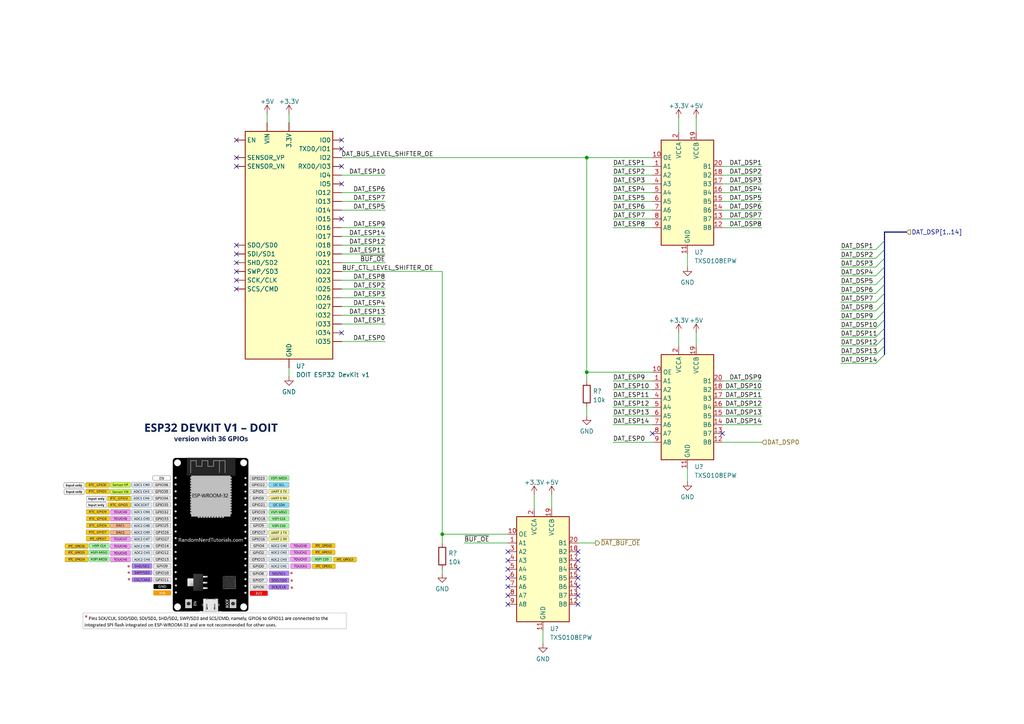
<source format=kicad_sch>
(kicad_sch (version 20211123) (generator eeschema)
  (paper "A4")
  (lib_symbols
    (symbol "Device:R" (pin_numbers hide) (pin_names (offset 0))
      (property "Reference" "R" (at 2.032 0 90))
      (property "Value" "R" (at 0 0 90))
      (symbol "R_0_1"
        (rectangle (start -1.016 -2.54) (end 1.016 2.54) (stroke (width 0.254)))
      )
      (symbol "R_1_1"
        (pin passive line (at 0 3.81 270) (length 1.27) (name "~") (number "1"))
        (pin passive line (at 0 -3.81 90) (length 1.27) (name "~") (number "2"))
      )
    )
    (symbol "Logic_LevelTranslator:TXS0108EPW"
      (property "Reference" "U" (at -6.35 16.51 0))
      (property "Value" "TXS0108EPW" (at 3.81 16.51 0))
      (symbol "TXS0108EPW_0_1"
        (rectangle (start -7.62 15.24) (end 7.62 -15.24) (stroke (width 0.254)) (fill (type background)))
      )
      (symbol "TXS0108EPW_1_1"
        (pin bidirectional line (at -10.16 7.62 0) (length 2.54) (name "A1") (number "1"))
        (pin input line (at -10.16 10.16 0) (length 2.54) (name "OE") (number "10"))
        (pin power_in line (at 0 -17.78 90) (length 2.54) (name "GND") (number "11"))
        (pin bidirectional line (at 10.16 -10.16 180) (length 2.54) (name "B8") (number "12"))
        (pin bidirectional line (at 10.16 -7.62 180) (length 2.54) (name "B7") (number "13"))
        (pin bidirectional line (at 10.16 -5.08 180) (length 2.54) (name "B6") (number "14"))
        (pin bidirectional line (at 10.16 -2.54 180) (length 2.54) (name "B5") (number "15"))
        (pin bidirectional line (at 10.16 0 180) (length 2.54) (name "B4") (number "16"))
        (pin bidirectional line (at 10.16 2.54 180) (length 2.54) (name "B3") (number "17"))
        (pin bidirectional line (at 10.16 5.08 180) (length 2.54) (name "B2") (number "18"))
        (pin power_in line (at 2.54 17.78 270) (length 2.54) (name "VCCB") (number "19"))
        (pin power_in line (at -2.54 17.78 270) (length 2.54) (name "VCCA") (number "2"))
        (pin bidirectional line (at 10.16 7.62 180) (length 2.54) (name "B1") (number "20"))
        (pin bidirectional line (at -10.16 5.08 0) (length 2.54) (name "A2") (number "3"))
        (pin bidirectional line (at -10.16 2.54 0) (length 2.54) (name "A3") (number "4"))
        (pin bidirectional line (at -10.16 0 0) (length 2.54) (name "A4") (number "5"))
        (pin bidirectional line (at -10.16 -2.54 0) (length 2.54) (name "A5") (number "6"))
        (pin bidirectional line (at -10.16 -5.08 0) (length 2.54) (name "A6") (number "7"))
        (pin bidirectional line (at -10.16 -7.62 0) (length 2.54) (name "A7") (number "8"))
        (pin bidirectional line (at -10.16 -10.16 0) (length 2.54) (name "A8") (number "9"))
      )
    )
    (symbol "RF_Module:ESP32-WROOM-32D" (pin_numbers hide)
      (property "Reference" "U?" (at 2.0194 36.7198 0))
      (property "Value" "ESP32-WROOM-32D" (at 2.0194 34.1829 0))
      (symbol "ESP32-WROOM-32D_0_1"
        (rectangle (start -12.7 33.02) (end 12.7 -33.02) (stroke (width 0.254)) (fill (type background)))
      )
      (symbol "ESP32-WROOM-32D_1_1"
        (pin power_out line (at 0 35.56 270) (length 2.54) (name "3.3V") (number ""))
        (pin power_in line (at 0 -35.56 90) (length 2.54) (name "GND") (number "1"))
        (pin bidirectional line (at 15.24 -12.7 180) (length 2.54) (name "IO25") (number "10"))
        (pin bidirectional line (at 15.24 -15.24 180) (length 2.54) (name "IO26") (number "11"))
        (pin bidirectional line (at 15.24 -17.78 180) (length 2.54) (name "IO27") (number "12"))
        (pin bidirectional line (at 15.24 10.16 180) (length 2.54) (name "IO14") (number "13"))
        (pin bidirectional line (at 15.24 15.24 180) (length 2.54) (name "IO12") (number "14"))
        (pin passive line (at 0 -35.56 90) (length 2.54) hide (name "GND") (number "15"))
        (pin bidirectional line (at 15.24 12.7 180) (length 2.54) (name "IO13") (number "16"))
        (pin bidirectional line (at -15.24 -5.08 0) (length 2.54) (name "SHD/SD2") (number "17"))
        (pin bidirectional line (at -15.24 -7.62 0) (length 2.54) (name "SWP/SD3") (number "18"))
        (pin bidirectional line (at -15.24 -12.7 0) (length 2.54) (name "SCS/CMD") (number "19"))
        (pin power_in line (at -6.35 35.56 270) (length 2.54) (name "VIN") (number "2"))
        (pin bidirectional line (at -15.24 -10.16 0) (length 2.54) (name "SCK/CLK") (number "20"))
        (pin bidirectional line (at -15.24 0 0) (length 2.54) (name "SDO/SD0") (number "21"))
        (pin bidirectional line (at -15.24 -2.54 0) (length 2.54) (name "SDI/SD1") (number "22"))
        (pin bidirectional line (at 15.24 7.62 180) (length 2.54) (name "IO15") (number "23"))
        (pin bidirectional line (at 15.24 25.4 180) (length 2.54) (name "IO2") (number "24"))
        (pin bidirectional line (at 15.24 30.48 180) (length 2.54) (name "IO0") (number "25"))
        (pin bidirectional line (at 15.24 20.32 180) (length 2.54) (name "IO4") (number "26"))
        (pin bidirectional line (at 15.24 5.08 180) (length 2.54) (name "IO16") (number "27"))
        (pin bidirectional line (at 15.24 2.54 180) (length 2.54) (name "IO17") (number "28"))
        (pin bidirectional line (at 15.24 17.78 180) (length 2.54) (name "IO5") (number "29"))
        (pin input line (at -15.24 30.48 0) (length 2.54) (name "EN") (number "3"))
        (pin bidirectional line (at 15.24 0 180) (length 2.54) (name "IO18") (number "30"))
        (pin bidirectional line (at 15.24 -2.54 180) (length 2.54) (name "IO19") (number "31"))
        (pin no_connect line (at -12.7 -27.94 0) (length 2.54) hide (name "NC") (number "32"))
        (pin bidirectional line (at 15.24 -5.08 180) (length 2.54) (name "IO21") (number "33"))
        (pin bidirectional line (at 15.24 22.86 180) (length 2.54) (name "RXD0/IO3") (number "34"))
        (pin bidirectional line (at 15.24 27.94 180) (length 2.54) (name "TXD0/IO1") (number "35"))
        (pin bidirectional line (at 15.24 -7.62 180) (length 2.54) (name "IO22") (number "36"))
        (pin bidirectional line (at 15.24 -10.16 180) (length 2.54) (name "IO23") (number "37"))
        (pin passive line (at 0 -35.56 90) (length 2.54) hide (name "GND") (number "38"))
        (pin passive line (at 0 -35.56 90) (length 2.54) hide (name "GND") (number "39"))
        (pin input line (at -15.24 25.4 0) (length 2.54) (name "SENSOR_VP") (number "4"))
        (pin input line (at -15.24 22.86 0) (length 2.54) (name "SENSOR_VN") (number "5"))
        (pin input line (at 15.24 -25.4 180) (length 2.54) (name "IO34") (number "6"))
        (pin input line (at 15.24 -27.94 180) (length 2.54) (name "IO35") (number "7"))
        (pin bidirectional line (at 15.24 -20.32 180) (length 2.54) (name "IO32") (number "8"))
        (pin bidirectional line (at 15.24 -22.86 180) (length 2.54) (name "IO33") (number "9"))
      )
    )
    (symbol "power:+3.3V" (power) (pin_names (offset 0))
      (property "Value" "+3.3V" (at 0 3.556 0))
      (symbol "+3.3V_0_1"
        (polyline (pts (xy -0.762 1.27) (xy 0 2.54)))
        (polyline (pts (xy 0 0) (xy 0 2.54)))
        (polyline (pts (xy 0 2.54) (xy 0.762 1.27)))
      )
      (symbol "+3.3V_1_1"
        (pin power_in line (at 0 0 90) (length 0) hide (name "+3.3V") (number "1"))
      )
    )
    (symbol "power:+5V" (power) (pin_names (offset 0))
      (property "Value" "+5V" (at 0 3.556 0))
      (symbol "+5V_0_1"
        (polyline (pts (xy -0.762 1.27) (xy 0 2.54)))
        (polyline (pts (xy 0 0) (xy 0 2.54)))
        (polyline (pts (xy 0 2.54) (xy 0.762 1.27)))
      )
      (symbol "+5V_1_1"
        (pin power_in line (at 0 0 90) (length 0) hide (name "+5V") (number "1"))
      )
    )
    (symbol "power:GND" (power) (pin_names (offset 0))
      (property "Value" "GND" (at 0 -3.81 0))
      (symbol "GND_0_1"
        (polyline (pts (xy 0 0) (xy 0 -1.27) (xy 1.27 -1.27) (xy 0 -2.54) (xy -1.27 -1.27) (xy 0 -1.27)))
      )
      (symbol "GND_1_1"
        (pin power_in line (at 0 0 270) (length 0) hide (name "GND") (number "1"))
      )
    )
  )
  (junction (at 170.18 45.72))
  (junction (at 170.18 107.95))
  (junction (at 128.27 154.94))
  (no_connect (at 99.06 40.64))
  (no_connect (at 167.64 165.1))
  (no_connect (at 99.06 48.26))
  (no_connect (at 68.58 71.12))
  (no_connect (at 99.06 96.52))
  (no_connect (at 209.55 125.73))
  (no_connect (at 167.64 172.72))
  (no_connect (at 167.64 162.56))
  (no_connect (at 68.58 73.66))
  (no_connect (at 68.58 40.64))
  (no_connect (at 167.64 175.26))
  (no_connect (at 147.32 165.1))
  (no_connect (at 99.06 43.18))
  (no_connect (at 68.58 78.74))
  (no_connect (at 147.32 160.02))
  (no_connect (at 68.58 81.28))
  (no_connect (at 147.32 175.26))
  (no_connect (at 147.32 162.56))
  (no_connect (at 68.58 83.82))
  (no_connect (at 68.58 76.2))
  (no_connect (at 68.58 45.72))
  (no_connect (at 167.64 160.02))
  (no_connect (at 68.58 48.26))
  (no_connect (at 147.32 172.72))
  (no_connect (at 167.64 170.18))
  (no_connect (at 167.64 167.64))
  (no_connect (at 189.23 125.73))
  (no_connect (at 99.06 63.5))
  (no_connect (at 147.32 167.64))
  (no_connect (at 147.32 170.18))
  (no_connect (at 99.06 53.34))
  (bus_entry (at 256.54 85.09) (size -2.54 2.54))
  (bus_entry (at 256.54 74.93) (size -2.54 2.54))
  (bus_entry (at 256.54 90.17) (size -2.54 2.54))
  (bus_entry (at 256.54 69.85) (size -2.54 2.54))
  (bus_entry (at 256.54 77.47) (size -2.54 2.54))
  (bus_entry (at 256.54 87.63) (size -2.54 2.54))
  (bus_entry (at 256.54 80.01) (size -2.54 2.54))
  (bus_entry (at 256.54 97.79) (size -2.54 2.54))
  (bus_entry (at 256.54 92.71) (size -2.54 2.54))
  (bus_entry (at 256.54 102.87) (size -2.54 2.54))
  (bus_entry (at 256.54 72.39) (size -2.54 2.54))
  (bus_entry (at 256.54 82.55) (size -2.54 2.54))
  (bus_entry (at 256.54 100.33) (size -2.54 2.54))
  (bus_entry (at 256.54 95.25) (size -2.54 2.54))
  (wire (pts (xy 128.27 78.74) (xy 128.27 154.94)))
  (wire (pts (xy 201.93 96.52) (xy 201.93 100.33)))
  (wire (pts (xy 177.8 48.26) (xy 189.23 48.26)))
  (wire (pts (xy 170.18 118.11) (xy 170.18 120.65)))
  (wire (pts (xy 243.84 90.17) (xy 254 90.17)))
  (wire (pts (xy 134.62 157.48) (xy 147.32 157.48)))
  (bus (pts (xy 256.54 82.55) (xy 256.54 85.09)))
  (wire (pts (xy 170.18 45.72) (xy 170.18 107.95)))
  (bus (pts (xy 256.54 90.17) (xy 256.54 92.71)))
  (wire (pts (xy 201.93 34.29) (xy 201.93 38.1)))
  (wire (pts (xy 177.8 50.8) (xy 189.23 50.8)))
  (wire (pts (xy 209.55 53.34) (xy 220.98 53.34)))
  (wire (pts (xy 177.8 113.03) (xy 189.23 113.03)))
  (wire (pts (xy 177.8 60.96) (xy 189.23 60.96)))
  (wire (pts (xy 196.85 34.29) (xy 196.85 38.1)))
  (wire (pts (xy 77.47 33.02) (xy 77.47 35.56)))
  (bus (pts (xy 256.54 77.47) (xy 256.54 80.01)))
  (wire (pts (xy 209.55 48.26) (xy 220.98 48.26)))
  (wire (pts (xy 99.06 83.82) (xy 111.76 83.82)))
  (wire (pts (xy 99.06 88.9) (xy 111.76 88.9)))
  (wire (pts (xy 243.84 82.55) (xy 254 82.55)))
  (wire (pts (xy 99.06 58.42) (xy 111.76 58.42)))
  (wire (pts (xy 170.18 107.95) (xy 170.18 110.49)))
  (wire (pts (xy 243.84 102.87) (xy 254 102.87)))
  (wire (pts (xy 177.8 55.88) (xy 189.23 55.88)))
  (wire (pts (xy 177.8 115.57) (xy 189.23 115.57)))
  (wire (pts (xy 209.55 118.11) (xy 220.98 118.11)))
  (bus (pts (xy 256.54 67.31) (xy 256.54 69.85)))
  (wire (pts (xy 99.06 55.88) (xy 111.76 55.88)))
  (bus (pts (xy 256.54 87.63) (xy 256.54 90.17)))
  (bus (pts (xy 256.54 80.01) (xy 256.54 82.55)))
  (bus (pts (xy 262.89 67.31) (xy 256.54 67.31)))
  (wire (pts (xy 199.39 135.89) (xy 199.39 139.7)))
  (wire (pts (xy 243.84 77.47) (xy 254 77.47)))
  (wire (pts (xy 177.8 53.34) (xy 189.23 53.34)))
  (bus (pts (xy 256.54 74.93) (xy 256.54 77.47)))
  (bus (pts (xy 256.54 85.09) (xy 256.54 87.63)))
  (wire (pts (xy 83.82 33.02) (xy 83.82 35.56)))
  (wire (pts (xy 209.55 128.27) (xy 220.98 128.27)))
  (wire (pts (xy 167.64 157.48) (xy 172.72 157.48)))
  (wire (pts (xy 157.48 182.88) (xy 157.48 186.69)))
  (wire (pts (xy 243.84 85.09) (xy 254 85.09)))
  (wire (pts (xy 99.06 81.28) (xy 111.76 81.28)))
  (wire (pts (xy 209.55 58.42) (xy 220.98 58.42)))
  (wire (pts (xy 99.06 99.06) (xy 111.76 99.06)))
  (wire (pts (xy 209.55 55.88) (xy 220.98 55.88)))
  (wire (pts (xy 99.06 91.44) (xy 111.76 91.44)))
  (wire (pts (xy 99.06 93.98) (xy 111.76 93.98)))
  (wire (pts (xy 128.27 154.94) (xy 128.27 157.48)))
  (bus (pts (xy 256.54 95.25) (xy 256.54 97.79)))
  (wire (pts (xy 83.82 106.68) (xy 83.82 109.22)))
  (wire (pts (xy 170.18 45.72) (xy 189.23 45.72)))
  (wire (pts (xy 128.27 154.94) (xy 147.32 154.94)))
  (wire (pts (xy 170.18 107.95) (xy 189.23 107.95)))
  (bus (pts (xy 256.54 92.71) (xy 256.54 95.25)))
  (bus (pts (xy 256.54 97.79) (xy 256.54 100.33)))
  (bus (pts (xy 256.54 69.85) (xy 256.54 72.39)))
  (wire (pts (xy 177.8 118.11) (xy 189.23 118.11)))
  (wire (pts (xy 243.84 97.79) (xy 254 97.79)))
  (wire (pts (xy 243.84 80.01) (xy 254 80.01)))
  (wire (pts (xy 177.8 58.42) (xy 189.23 58.42)))
  (wire (pts (xy 99.06 50.8) (xy 111.76 50.8)))
  (wire (pts (xy 128.27 165.1) (xy 128.27 166.37)))
  (wire (pts (xy 99.06 45.72) (xy 170.18 45.72)))
  (wire (pts (xy 209.55 63.5) (xy 220.98 63.5)))
  (wire (pts (xy 160.02 143.51) (xy 160.02 147.32)))
  (wire (pts (xy 243.84 74.93) (xy 254 74.93)))
  (wire (pts (xy 196.85 96.52) (xy 196.85 100.33)))
  (wire (pts (xy 99.06 66.04) (xy 111.76 66.04)))
  (wire (pts (xy 99.06 76.2) (xy 111.76 76.2)))
  (wire (pts (xy 99.06 60.96) (xy 111.76 60.96)))
  (wire (pts (xy 177.8 110.49) (xy 189.23 110.49)))
  (wire (pts (xy 177.8 120.65) (xy 189.23 120.65)))
  (wire (pts (xy 177.8 123.19) (xy 189.23 123.19)))
  (wire (pts (xy 99.06 68.58) (xy 111.76 68.58)))
  (wire (pts (xy 243.84 92.71) (xy 254 92.71)))
  (wire (pts (xy 209.55 123.19) (xy 220.98 123.19)))
  (wire (pts (xy 177.8 66.04) (xy 189.23 66.04)))
  (wire (pts (xy 209.55 110.49) (xy 220.98 110.49)))
  (wire (pts (xy 243.84 72.39) (xy 254 72.39)))
  (wire (pts (xy 243.84 105.41) (xy 254 105.41)))
  (bus (pts (xy 256.54 72.39) (xy 256.54 74.93)))
  (wire (pts (xy 243.84 87.63) (xy 254 87.63)))
  (bus (pts (xy 256.54 100.33) (xy 256.54 102.87)))
  (wire (pts (xy 99.06 71.12) (xy 111.76 71.12)))
  (wire (pts (xy 99.06 73.66) (xy 111.76 73.66)))
  (wire (pts (xy 243.84 95.25) (xy 254 95.25)))
  (wire (pts (xy 154.94 143.51) (xy 154.94 147.32)))
  (wire (pts (xy 209.55 50.8) (xy 220.98 50.8)))
  (wire (pts (xy 209.55 60.96) (xy 220.98 60.96)))
  (wire (pts (xy 177.8 128.27) (xy 189.23 128.27)))
  (wire (pts (xy 199.39 73.66) (xy 199.39 77.47)))
  (wire (pts (xy 209.55 113.03) (xy 220.98 113.03)))
  (wire (pts (xy 99.06 78.74) (xy 128.27 78.74)))
  (wire (pts (xy 243.84 100.33) (xy 254 100.33)))
  (wire (pts (xy 209.55 66.04) (xy 220.98 66.04)))
  (wire (pts (xy 177.8 63.5) (xy 189.23 63.5)))
  (wire (pts (xy 209.55 115.57) (xy 220.98 115.57)))
  (wire (pts (xy 209.55 120.65) (xy 220.98 120.65)))
  (wire (pts (xy 99.06 86.36) (xy 111.76 86.36)))
  (image (at 60.96 152.4) (scale 1.36))
  (label "DAT_ESP9" (at 111.76 66.04 180))
  (label "DAT_ESP3" (at 177.8 53.34 0))
  (label "DAT_DSP7" (at 220.98 63.5 180))
  (label "DAT_ESP11" (at 111.76 73.66 180))
  (label "DAT_ESP12" (at 177.8 118.11 0))
  (label "DAT_DSP11" (at 243.84 97.79 0))
  (label "DAT_DSP9" (at 243.84 92.71 0))
  (label "DAT_ESP4" (at 111.76 88.9 180))
  (label "DAT_DSP6" (at 220.98 60.96 180))
  (label "DAT_DSP6" (at 243.84 85.09 0))
  (label "~{BUF_OE}" (at 111.76 76.2 180))
  (label "DAT_ESP2" (at 111.76 83.82 180))
  (label "DAT_DSP14" (at 243.84 105.41 0))
  (label "DAT_DSP8" (at 243.84 90.17 0))
  (label "DAT_DSP4" (at 220.98 55.88 180))
  (label "BUF_CTL_LEVEL_SHIFTER_OE" (at 125.73 78.74 180))
  (label "DAT_ESP14" (at 177.8 123.19 0))
  (label "DAT_ESP14" (at 111.76 68.58 180))
  (label "DAT_DSP3" (at 243.84 77.47 0))
  (label "DAT_DSP1" (at 220.98 48.26 180))
  (label "DAT_ESP11" (at 177.8 115.57 0))
  (label "DAT_DSP5" (at 220.98 58.42 180))
  (label "DAT_DSP13" (at 220.98 120.65 180))
  (label "DAT_DSP11" (at 220.98 115.57 180))
  (label "DAT_ESP7" (at 111.76 58.42 180))
  (label "DAT_ESP0" (at 177.8 128.27 0))
  (label "DAT_DSP12" (at 243.84 100.33 0))
  (label "DAT_DSP7" (at 243.84 87.63 0))
  (label "DAT_DSP9" (at 220.98 110.49 180))
  (label "DAT_ESP1" (at 177.8 48.26 0))
  (label "DAT_DSP5" (at 243.84 82.55 0))
  (label "DAT_DSP10" (at 243.84 95.25 0))
  (label "DAT_ESP13" (at 111.76 91.44 180))
  (label "DAT_ESP5" (at 111.76 60.96 180))
  (label "DAT_ESP2" (at 177.8 50.8 0))
  (label "DAT_DSP2" (at 220.98 50.8 180))
  (label "DAT_DSP4" (at 243.84 80.01 0))
  (label "DAT_ESP7" (at 177.8 63.5 0))
  (label "DAT_DSP8" (at 220.98 66.04 180))
  (label "DAT_DSP13" (at 243.84 102.87 0))
  (label "DAT_ESP13" (at 177.8 120.65 0))
  (label "DAT_ESP6" (at 111.76 55.88 180))
  (label "DAT_ESP0" (at 111.76 99.06 180))
  (label "DAT_ESP12" (at 111.76 71.12 180))
  (label "DAT_DSP3" (at 220.98 53.34 180))
  (label "DAT_ESP9" (at 177.8 110.49 0))
  (label "DAT_ESP4" (at 177.8 55.88 0))
  (label "DAT_DSP14" (at 220.98 123.19 180))
  (label "DAT_ESP10" (at 177.8 113.03 0))
  (label "DAT_ESP6" (at 177.8 60.96 0))
  (label "DAT_ESP3" (at 111.76 86.36 180))
  (label "DAT_DSP12" (at 220.98 118.11 180))
  (label "DAT_DSP10" (at 220.98 113.03 180))
  (label "DAT_ESP1" (at 111.76 93.98 180))
  (label "~{BUF_OE}" (at 134.62 157.48 0))
  (label "DAT_ESP8" (at 177.8 66.04 0))
  (label "DAT_DSP1" (at 243.84 72.39 0))
  (label "DAT_ESP10" (at 111.76 50.8 180))
  (label "DAT_DSP2" (at 243.84 74.93 0))
  (label "DAT_ESP5" (at 177.8 58.42 0))
  (label "DAT_ESP8" (at 111.76 81.28 180))
  (label "DAT_BUS_LEVEL_SHIFTER_OE" (at 125.73 45.72 180))
  (hierarchical_label "~{DAT_BUF_OE}" (shape output) (at 172.72 157.48 0))
  (hierarchical_label "DAT_DSP[1..14]" (shape input) (at 262.89 67.31 0))
  (hierarchical_label "DAT_DSP0" (shape input) (at 220.98 128.27 0))
  (symbol (lib_id "Device:R") (at 170.18 114.3 0) (unit 1)
    (property "Reference" "R?" (at 171.958 113.4653 0) (effects (justify left)))
    (property "Value" "10k" (at 171.958 116.0022 0) (effects (justify left)))
  )
  (symbol (lib_id "Logic_LevelTranslator:TXS0108EPW") (at 157.48 165.1 0) (unit 1)
    (property "Reference" "U?" (at 159.4994 182.3704 0) (effects (justify left)))
    (property "Value" "TXS0108EPW" (at 159.4994 184.9073 0) (effects (justify left)))
    (property "Footprint" "Package_SO:TSSOP-20_4.4x6.5mm_P0.65mm" (effects hide))
    (property "Datasheet" "www.ti.com/lit/ds/symlink/txs0108e.pdf" (effects hide))
  )
  (symbol (lib_id "power:GND") (at 157.48 186.69 0) (unit 1)
    (property "Reference" "#PWR?" (effects hide))
    (property "Value" "GND" (at 157.48 191.1334 0))
  )
  (symbol (lib_id "power:+5V") (at 77.47 33.02 0) (unit 1)
    (property "Reference" "#PWR?" (effects hide))
    (property "Value" "+5V" (at 77.47 29.4442 0))
  )
  (symbol (lib_id "power:+3.3V") (at 196.85 34.29 0) (unit 1)
    (property "Reference" "#PWR?" (effects hide))
    (property "Value" "+3.3V" (at 196.85 30.7142 0))
  )
  (symbol (lib_id "power:GND") (at 199.39 77.47 0) (unit 1)
    (property "Reference" "#PWR?" (effects hide))
    (property "Value" "GND" (at 199.39 81.9134 0))
  )
  (symbol (lib_id "Logic_LevelTranslator:TXS0108EPW") (at 199.39 55.88 0) (unit 1)
    (property "Reference" "U?" (at 201.4094 73.1504 0) (effects (justify left)))
    (property "Value" "TXS0108EPW" (at 201.4094 75.6873 0) (effects (justify left)))
    (property "Footprint" "Package_SO:TSSOP-20_4.4x6.5mm_P0.65mm" (effects hide))
    (property "Datasheet" "www.ti.com/lit/ds/symlink/txs0108e.pdf" (effects hide))
  )
  (symbol (lib_id "power:+3.3V") (at 154.94 143.51 0) (unit 1)
    (property "Reference" "#PWR?" (effects hide))
    (property "Value" "+3.3V" (at 154.94 139.9342 0))
  )
  (symbol (lib_id "power:GND") (at 170.18 120.65 0) (unit 1)
    (property "Reference" "#PWR?" (effects hide))
    (property "Value" "GND" (at 170.18 125.0934 0))
  )
  (symbol (lib_id "power:+5V") (at 201.93 34.29 0) (unit 1)
    (property "Reference" "#PWR?" (effects hide))
    (property "Value" "+5V" (at 201.93 30.7142 0))
  )
  (symbol (lib_id "power:+3.3V") (at 196.85 96.52 0) (unit 1)
    (property "Reference" "#PWR?" (effects hide))
    (property "Value" "+3.3V" (at 196.85 92.9442 0))
  )
  (symbol (lib_id "RF_Module:ESP32-WROOM-32D") (at 83.82 71.12 0) (unit 1)
    (property "Reference" "U?" (at 85.8394 106.1704 0) (effects (justify left)))
    (property "Value" "DOIT ESP32 DevKit v1" (at 85.8394 108.7073 0) (effects (justify left)))
    (property "Footprint" "RF_Module:ESP32-WROOM-32" (effects hide))
    (property "Datasheet" "https://www.espressif.com/sites/default/files/documentation/esp32-wroom-32d_esp32-wroom-32u_datasheet_en.pdf" (effects hide))
  )
  (symbol (lib_id "Device:R") (at 128.27 161.29 0) (unit 1)
    (property "Reference" "R?" (at 130.048 160.4553 0) (effects (justify left)))
    (property "Value" "10k" (at 130.048 162.9922 0) (effects (justify left)))
  )
  (symbol (lib_id "Logic_LevelTranslator:TXS0108EPW") (at 199.39 118.11 0) (unit 1)
    (property "Reference" "U?" (at 201.4094 135.3804 0) (effects (justify left)))
    (property "Value" "TXS0108EPW" (at 201.4094 137.9173 0) (effects (justify left)))
    (property "Footprint" "Package_SO:TSSOP-20_4.4x6.5mm_P0.65mm" (effects hide))
    (property "Datasheet" "www.ti.com/lit/ds/symlink/txs0108e.pdf" (effects hide))
  )
  (symbol (lib_id "power:+5V") (at 201.93 96.52 0) (unit 1)
    (property "Reference" "#PWR?" (effects hide))
    (property "Value" "+5V" (at 201.93 92.9442 0))
  )
  (symbol (lib_id "power:GND") (at 128.27 166.37 0) (unit 1)
    (property "Reference" "#PWR?" (effects hide))
    (property "Value" "GND" (at 128.27 170.8134 0))
  )
  (symbol (lib_id "power:GND") (at 83.82 109.22 0) (unit 1)
    (property "Reference" "#PWR?" (effects hide))
    (property "Value" "GND" (at 83.82 113.6634 0))
  )
  (symbol (lib_id "power:GND") (at 199.39 139.7 0) (unit 1)
    (property "Reference" "#PWR?" (effects hide))
    (property "Value" "GND" (at 199.39 144.1434 0))
  )
  (symbol (lib_id "power:+5V") (at 160.02 143.51 0) (unit 1)
    (property "Reference" "#PWR?" (effects hide))
    (property "Value" "+5V" (at 160.02 139.9342 0))
  )
  (symbol (lib_id "power:+3.3V") (at 83.82 33.02 0) (unit 1)
    (property "Reference" "#PWR?" (effects hide))
    (property "Value" "+3.3V" (at 83.82 29.4442 0))
  )
)
</source>
